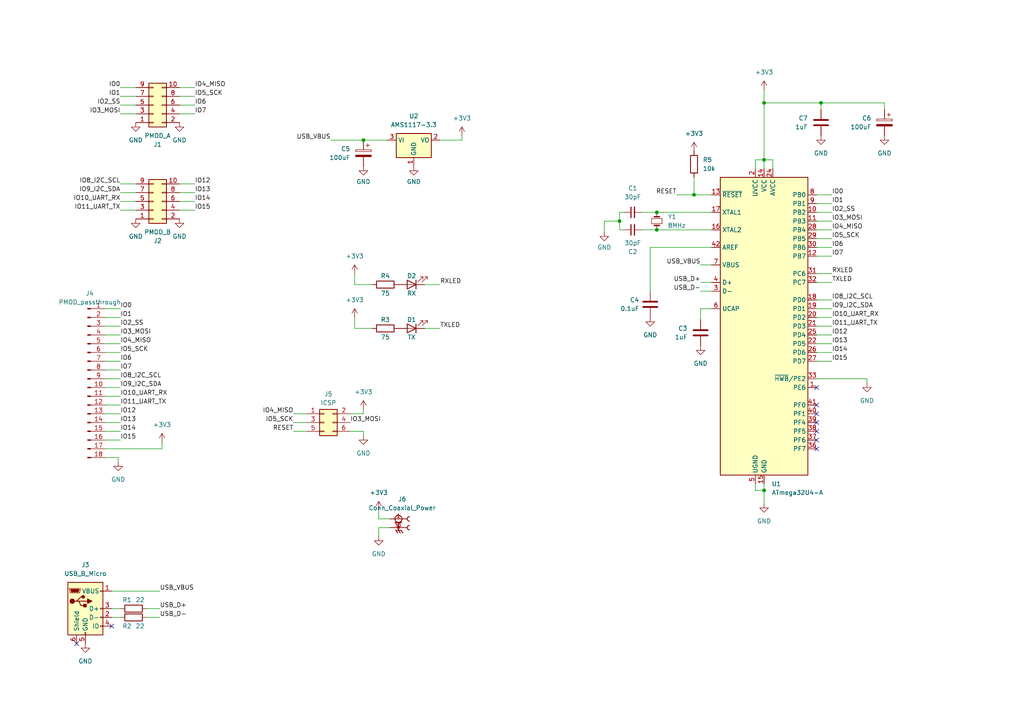
<source format=kicad_sch>
(kicad_sch (version 20230121) (generator eeschema)
  (paper "A4")
  (title_block (title "PMOD Thingy v1"))
  (lib_symbols
    (symbol "CONSMA001-C-G:CONSMA001-C-G" (pin_names (offset 1.016))
      (property "Reference" "J" (at -3.81 1.524 0))
      (property "Value" "CONSMA001-C-G" (at -4.064 -6.858 0))
      (symbol "CONSMA001-C-G_0_0"
        (arc (start -3.175 -3.175) (mid -2.5427 -2.54) (end -3.175 -1.905) (stroke (width 0.254)))
        (arc (start -3.175 -0.635) (mid -2.5427 0) (end -3.175 0.635) (stroke (width 0.254)))
        (circle (center 0 -2.54) (radius 0.254) (stroke (width 0.254)))
        (polyline (pts (xy -1.016 -1.016) (xy 0 -1.016)) (stroke (width 0.254)))
        (polyline (pts (xy -0.762 -3.302) (xy -1.27 -4.064)) (stroke (width 0.254)))
        (polyline (pts (xy 0 -3.302) (xy -0.762 -3.302)) (stroke (width 0.254)))
        (polyline (pts (xy 0 -3.302) (xy -0.508 -4.064)) (stroke (width 0.254)))
        (polyline (pts (xy 0 -3.302) (xy 0.762 -3.302)) (stroke (width 0.254)))
        (polyline (pts (xy 0 -1.016) (xy 0 -3.302)) (stroke (width 0.254)))
        (polyline (pts (xy 0 -1.016) (xy 1.016 -1.016)) (stroke (width 0.254)))
        (polyline (pts (xy 0.762 -3.302) (xy 0.254 -4.064)) (stroke (width 0.254)))
        (circle (center 0 0) (radius 1.016) (stroke (width 0.254)))
        (pin passive line (at 2.54 0 180) (length 5.08) (name "~") (number "1"))
        (pin passive line (at 2.54 -2.54 180) (length 5.08) (name "~") (number "S1"))
      )
    )
    (symbol "Connector:Conn_01x18_Pin" (pin_names (offset 1.016) hide)
      (property "Reference" "J" (at 0 22.86 0))
      (property "Value" "Conn_01x18_Pin" (at 0 -25.4 0))
      (symbol "Conn_01x18_Pin_1_1"
        (polyline (pts (xy 1.27 -22.86) (xy 0.8636 -22.86)) (stroke (width 0.1524)))
        (polyline (pts (xy 1.27 -20.32) (xy 0.8636 -20.32)) (stroke (width 0.1524)))
        (polyline (pts (xy 1.27 -17.78) (xy 0.8636 -17.78)) (stroke (width 0.1524)))
        (polyline (pts (xy 1.27 -15.24) (xy 0.8636 -15.24)) (stroke (width 0.1524)))
        (polyline (pts (xy 1.27 -12.7) (xy 0.8636 -12.7)) (stroke (width 0.1524)))
        (polyline (pts (xy 1.27 -10.16) (xy 0.8636 -10.16)) (stroke (width 0.1524)))
        (polyline (pts (xy 1.27 -7.62) (xy 0.8636 -7.62)) (stroke (width 0.1524)))
        (polyline (pts (xy 1.27 -5.08) (xy 0.8636 -5.08)) (stroke (width 0.1524)))
        (polyline (pts (xy 1.27 -2.54) (xy 0.8636 -2.54)) (stroke (width 0.1524)))
        (polyline (pts (xy 1.27 0) (xy 0.8636 0)) (stroke (width 0.1524)))
        (polyline (pts (xy 1.27 2.54) (xy 0.8636 2.54)) (stroke (width 0.1524)))
        (polyline (pts (xy 1.27 5.08) (xy 0.8636 5.08)) (stroke (width 0.1524)))
        (polyline (pts (xy 1.27 7.62) (xy 0.8636 7.62)) (stroke (width 0.1524)))
        (polyline (pts (xy 1.27 10.16) (xy 0.8636 10.16)) (stroke (width 0.1524)))
        (polyline (pts (xy 1.27 12.7) (xy 0.8636 12.7)) (stroke (width 0.1524)))
        (polyline (pts (xy 1.27 15.24) (xy 0.8636 15.24)) (stroke (width 0.1524)))
        (polyline (pts (xy 1.27 17.78) (xy 0.8636 17.78)) (stroke (width 0.1524)))
        (polyline (pts (xy 1.27 20.32) (xy 0.8636 20.32)) (stroke (width 0.1524)))
        (rectangle (start 0.8636 -22.733) (end 0 -22.987) (stroke (width 0.1524)) (fill (type outline)))
        (rectangle (start 0.8636 -20.193) (end 0 -20.447) (stroke (width 0.1524)) (fill (type outline)))
        (rectangle (start 0.8636 -17.653) (end 0 -17.907) (stroke (width 0.1524)) (fill (type outline)))
        (rectangle (start 0.8636 -15.113) (end 0 -15.367) (stroke (width 0.1524)) (fill (type outline)))
        (rectangle (start 0.8636 -12.573) (end 0 -12.827) (stroke (width 0.1524)) (fill (type outline)))
        (rectangle (start 0.8636 -10.033) (end 0 -10.287) (stroke (width 0.1524)) (fill (type outline)))
        (rectangle (start 0.8636 -7.493) (end 0 -7.747) (stroke (width 0.1524)) (fill (type outline)))
        (rectangle (start 0.8636 -4.953) (end 0 -5.207) (stroke (width 0.1524)) (fill (type outline)))
        (rectangle (start 0.8636 -2.413) (end 0 -2.667) (stroke (width 0.1524)) (fill (type outline)))
        (rectangle (start 0.8636 0.127) (end 0 -0.127) (stroke (width 0.1524)) (fill (type outline)))
        (rectangle (start 0.8636 2.667) (end 0 2.413) (stroke (width 0.1524)) (fill (type outline)))
        (rectangle (start 0.8636 5.207) (end 0 4.953) (stroke (width 0.1524)) (fill (type outline)))
        (rectangle (start 0.8636 7.747) (end 0 7.493) (stroke (width 0.1524)) (fill (type outline)))
        (rectangle (start 0.8636 10.287) (end 0 10.033) (stroke (width 0.1524)) (fill (type outline)))
        (rectangle (start 0.8636 12.827) (end 0 12.573) (stroke (width 0.1524)) (fill (type outline)))
        (rectangle (start 0.8636 15.367) (end 0 15.113) (stroke (width 0.1524)) (fill (type outline)))
        (rectangle (start 0.8636 17.907) (end 0 17.653) (stroke (width 0.1524)) (fill (type outline)))
        (rectangle (start 0.8636 20.447) (end 0 20.193) (stroke (width 0.1524)) (fill (type outline)))
        (pin passive line (at 5.08 20.32 180) (length 3.81) (name "Pin_1") (number "1"))
        (pin passive line (at 5.08 -2.54 180) (length 3.81) (name "Pin_10") (number "10"))
        (pin passive line (at 5.08 -5.08 180) (length 3.81) (name "Pin_11") (number "11"))
        (pin passive line (at 5.08 -7.62 180) (length 3.81) (name "Pin_12") (number "12"))
        (pin passive line (at 5.08 -10.16 180) (length 3.81) (name "Pin_13") (number "13"))
        (pin passive line (at 5.08 -12.7 180) (length 3.81) (name "Pin_14") (number "14"))
        (pin passive line (at 5.08 -15.24 180) (length 3.81) (name "Pin_15") (number "15"))
        (pin passive line (at 5.08 -17.78 180) (length 3.81) (name "Pin_16") (number "16"))
        (pin passive line (at 5.08 -20.32 180) (length 3.81) (name "Pin_17") (number "17"))
        (pin passive line (at 5.08 -22.86 180) (length 3.81) (name "Pin_18") (number "18"))
        (pin passive line (at 5.08 17.78 180) (length 3.81) (name "Pin_2") (number "2"))
        (pin passive line (at 5.08 15.24 180) (length 3.81) (name "Pin_3") (number "3"))
        (pin passive line (at 5.08 12.7 180) (length 3.81) (name "Pin_4") (number "4"))
        (pin passive line (at 5.08 10.16 180) (length 3.81) (name "Pin_5") (number "5"))
        (pin passive line (at 5.08 7.62 180) (length 3.81) (name "Pin_6") (number "6"))
        (pin passive line (at 5.08 5.08 180) (length 3.81) (name "Pin_7") (number "7"))
        (pin passive line (at 5.08 2.54 180) (length 3.81) (name "Pin_8") (number "8"))
        (pin passive line (at 5.08 0 180) (length 3.81) (name "Pin_9") (number "9"))
      )
    )
    (symbol "Connector:USB_B_Micro" (pin_names (offset 1.016))
      (property "Reference" "J" (at -5.08 11.43 0))
      (property "Value" "USB_B_Micro" (at -5.08 8.89 0))
      (symbol "USB_B_Micro_0_1"
        (rectangle (start -5.08 -7.62) (end 5.08 7.62) (stroke (width 0.254)) (fill (type background)))
        (circle (center -3.81 2.159) (radius 0.635) (stroke (width 0.254)) (fill (type outline)))
        (circle (center -0.635 3.429) (radius 0.381) (stroke (width 0.254)) (fill (type outline)))
        (rectangle (start -0.127 -7.62) (end 0.127 -6.858))
        (polyline (pts (xy -1.905 2.159) (xy 0.635 2.159)) (stroke (width 0.254)))
        (polyline (pts (xy -3.175 2.159) (xy -2.54 2.159) (xy -1.27 3.429) (xy -0.635 3.429)) (stroke (width 0.254)))
        (polyline (pts (xy -2.54 2.159) (xy -1.905 2.159) (xy -1.27 0.889) (xy 0 0.889)) (stroke (width 0.254)))
        (polyline (pts (xy 0.635 2.794) (xy 0.635 1.524) (xy 1.905 2.159) (xy 0.635 2.794)) (stroke (width 0.254)) (fill (type outline)))
        (polyline (pts (xy -4.318 5.588) (xy -1.778 5.588) (xy -2.032 4.826) (xy -4.064 4.826) (xy -4.318 5.588)) (fill (type outline)))
        (polyline (pts (xy -4.699 5.842) (xy -4.699 5.588) (xy -4.445 4.826) (xy -4.445 4.572) (xy -1.651 4.572) (xy -1.651 4.826) (xy -1.397 5.588) (xy -1.397 5.842) (xy -4.699 5.842)))
        (rectangle (start 0.254 1.27) (end -0.508 0.508) (stroke (width 0.254)) (fill (type outline)))
        (rectangle (start 5.08 -5.207) (end 4.318 -4.953))
        (rectangle (start 5.08 -2.667) (end 4.318 -2.413))
        (rectangle (start 5.08 -0.127) (end 4.318 0.127))
        (rectangle (start 5.08 4.953) (end 4.318 5.207))
      )
      (symbol "USB_B_Micro_1_1"
        (pin power_out line (at 7.62 5.08 180) (length 2.54) (name "VBUS") (number "1"))
        (pin bidirectional line (at 7.62 -2.54 180) (length 2.54) (name "D-") (number "2"))
        (pin bidirectional line (at 7.62 0 180) (length 2.54) (name "D+") (number "3"))
        (pin passive line (at 7.62 -5.08 180) (length 2.54) (name "ID") (number "4"))
        (pin power_out line (at 0 -10.16 90) (length 2.54) (name "GND") (number "5"))
        (pin passive line (at -2.54 -10.16 90) (length 2.54) (name "Shield") (number "6"))
      )
    )
    (symbol "Connector_Generic:Conn_02x03_Odd_Even" (pin_names (offset 1.016) hide)
      (property "Reference" "J" (at 1.27 5.08 0))
      (property "Value" "Conn_02x03_Odd_Even" (at 1.27 -5.08 0))
      (symbol "Conn_02x03_Odd_Even_1_1"
        (rectangle (start -1.27 -2.413) (end 0 -2.667) (stroke (width 0.1524)))
        (rectangle (start -1.27 0.127) (end 0 -0.127) (stroke (width 0.1524)))
        (rectangle (start -1.27 2.667) (end 0 2.413) (stroke (width 0.1524)))
        (rectangle (start -1.27 3.81) (end 3.81 -3.81) (stroke (width 0.254)) (fill (type background)))
        (rectangle (start 3.81 -2.413) (end 2.54 -2.667) (stroke (width 0.1524)))
        (rectangle (start 3.81 0.127) (end 2.54 -0.127) (stroke (width 0.1524)))
        (rectangle (start 3.81 2.667) (end 2.54 2.413) (stroke (width 0.1524)))
        (pin passive line (at -5.08 2.54 0) (length 3.81) (name "Pin_1") (number "1"))
        (pin passive line (at 7.62 2.54 180) (length 3.81) (name "Pin_2") (number "2"))
        (pin passive line (at -5.08 0 0) (length 3.81) (name "Pin_3") (number "3"))
        (pin passive line (at 7.62 0 180) (length 3.81) (name "Pin_4") (number "4"))
        (pin passive line (at -5.08 -2.54 0) (length 3.81) (name "Pin_5") (number "5"))
        (pin passive line (at 7.62 -2.54 180) (length 3.81) (name "Pin_6") (number "6"))
      )
    )
    (symbol "Connector_Generic:Conn_02x05_Odd_Even" (pin_names (offset 1.016) hide)
      (property "Reference" "J" (at 1.27 7.62 0))
      (property "Value" "Conn_02x05_Odd_Even" (at 1.27 -7.62 0))
      (symbol "Conn_02x05_Odd_Even_1_1"
        (rectangle (start -1.27 -4.953) (end 0 -5.207) (stroke (width 0.1524)))
        (rectangle (start -1.27 -2.413) (end 0 -2.667) (stroke (width 0.1524)))
        (rectangle (start -1.27 0.127) (end 0 -0.127) (stroke (width 0.1524)))
        (rectangle (start -1.27 2.667) (end 0 2.413) (stroke (width 0.1524)))
        (rectangle (start -1.27 5.207) (end 0 4.953) (stroke (width 0.1524)))
        (rectangle (start -1.27 6.35) (end 3.81 -6.35) (stroke (width 0.254)) (fill (type background)))
        (rectangle (start 3.81 -4.953) (end 2.54 -5.207) (stroke (width 0.1524)))
        (rectangle (start 3.81 -2.413) (end 2.54 -2.667) (stroke (width 0.1524)))
        (rectangle (start 3.81 0.127) (end 2.54 -0.127) (stroke (width 0.1524)))
        (rectangle (start 3.81 2.667) (end 2.54 2.413) (stroke (width 0.1524)))
        (rectangle (start 3.81 5.207) (end 2.54 4.953) (stroke (width 0.1524)))
        (pin passive line (at -5.08 5.08 0) (length 3.81) (name "Pin_1") (number "1"))
        (pin passive line (at 7.62 -5.08 180) (length 3.81) (name "Pin_10") (number "10"))
        (pin passive line (at 7.62 5.08 180) (length 3.81) (name "Pin_2") (number "2"))
        (pin passive line (at -5.08 2.54 0) (length 3.81) (name "Pin_3") (number "3"))
        (pin passive line (at 7.62 2.54 180) (length 3.81) (name "Pin_4") (number "4"))
        (pin passive line (at -5.08 0 0) (length 3.81) (name "Pin_5") (number "5"))
        (pin passive line (at 7.62 0 180) (length 3.81) (name "Pin_6") (number "6"))
        (pin passive line (at -5.08 -2.54 0) (length 3.81) (name "Pin_7") (number "7"))
        (pin passive line (at 7.62 -2.54 180) (length 3.81) (name "Pin_8") (number "8"))
        (pin passive line (at -5.08 -5.08 0) (length 3.81) (name "Pin_9") (number "9"))
      )
    )
    (symbol "Device:C" (pin_numbers hide) (pin_names (offset 0.254))
      (property "Reference" "C" (at 0.635 2.54 0))
      (property "Value" "C" (at 0.635 -2.54 0))
      (symbol "C_0_1"
        (polyline (pts (xy -2.032 -0.762) (xy 2.032 -0.762)) (stroke (width 0.508)))
        (polyline (pts (xy -2.032 0.762) (xy 2.032 0.762)) (stroke (width 0.508)))
      )
      (symbol "C_1_1"
        (pin passive line (at 0 3.81 270) (length 2.794) (name "~") (number "1"))
        (pin passive line (at 0 -3.81 90) (length 2.794) (name "~") (number "2"))
      )
    )
    (symbol "Device:C_Polarized" (pin_numbers hide) (pin_names (offset 0.254))
      (property "Reference" "C" (at 0.635 2.54 0))
      (property "Value" "C_Polarized" (at 0.635 -2.54 0))
      (symbol "C_Polarized_0_1"
        (rectangle (start -2.286 0.508) (end 2.286 1.016))
        (polyline (pts (xy -1.778 2.286) (xy -0.762 2.286)))
        (polyline (pts (xy -1.27 2.794) (xy -1.27 1.778)))
        (rectangle (start 2.286 -0.508) (end -2.286 -1.016) (fill (type outline)))
      )
      (symbol "C_Polarized_1_1"
        (pin passive line (at 0 3.81 270) (length 2.794) (name "~") (number "1"))
        (pin passive line (at 0 -3.81 90) (length 2.794) (name "~") (number "2"))
      )
    )
    (symbol "Device:C_Small" (pin_numbers hide) (pin_names (offset 0.254) hide)
      (property "Reference" "C" (at 0.254 1.778 0))
      (property "Value" "C_Small" (at 0.254 -2.032 0))
      (symbol "C_Small_0_1"
        (polyline (pts (xy -1.524 -0.508) (xy 1.524 -0.508)) (stroke (width 0.3302)))
        (polyline (pts (xy -1.524 0.508) (xy 1.524 0.508)) (stroke (width 0.3048)))
      )
      (symbol "C_Small_1_1"
        (pin passive line (at 0 2.54 270) (length 2.032) (name "~") (number "1"))
        (pin passive line (at 0 -2.54 90) (length 2.032) (name "~") (number "2"))
      )
    )
    (symbol "Device:Crystal_Small" (pin_numbers hide) (pin_names (offset 1.016) hide)
      (property "Reference" "Y" (at 0 2.54 0))
      (property "Value" "Crystal_Small" (at 0 -2.54 0))
      (symbol "Crystal_Small_0_1"
        (rectangle (start -0.762 -1.524) (end 0.762 1.524))
        (polyline (pts (xy -1.27 -0.762) (xy -1.27 0.762)) (stroke (width 0.381)))
        (polyline (pts (xy 1.27 -0.762) (xy 1.27 0.762)) (stroke (width 0.381)))
      )
      (symbol "Crystal_Small_1_1"
        (pin passive line (at -2.54 0 0) (length 1.27) (name "1") (number "1"))
        (pin passive line (at 2.54 0 180) (length 1.27) (name "2") (number "2"))
      )
    )
    (symbol "Device:LED" (pin_numbers hide) (pin_names (offset 1.016) hide)
      (property "Reference" "D" (at 0 2.54 0))
      (property "Value" "LED" (at 0 -2.54 0))
      (symbol "LED_0_1"
        (polyline (pts (xy -1.27 -1.27) (xy -1.27 1.27)) (stroke (width 0.254)))
        (polyline (pts (xy -1.27 0) (xy 1.27 0)))
        (polyline (pts (xy 1.27 -1.27) (xy 1.27 1.27) (xy -1.27 0) (xy 1.27 -1.27)) (stroke (width 0.254)))
        (polyline (pts (xy -3.048 -0.762) (xy -4.572 -2.286) (xy -3.81 -2.286) (xy -4.572 -2.286) (xy -4.572 -1.524)))
        (polyline (pts (xy -1.778 -0.762) (xy -3.302 -2.286) (xy -2.54 -2.286) (xy -3.302 -2.286) (xy -3.302 -1.524)))
      )
      (symbol "LED_1_1"
        (pin passive line (at -3.81 0 0) (length 2.54) (name "K") (number "1"))
        (pin passive line (at 3.81 0 180) (length 2.54) (name "A") (number "2"))
      )
    )
    (symbol "Device:R" (pin_numbers hide) (pin_names (offset 0))
      (property "Reference" "R" (at 2.032 0 90))
      (property "Value" "R" (at 0 0 90))
      (symbol "R_0_1"
        (rectangle (start -1.016 -2.54) (end 1.016 2.54) (stroke (width 0.254)))
      )
      (symbol "R_1_1"
        (pin passive line (at 0 3.81 270) (length 1.27) (name "~") (number "1"))
        (pin passive line (at 0 -3.81 90) (length 1.27) (name "~") (number "2"))
      )
    )
    (symbol "MCU_Microchip_ATmega:ATmega32U4-A"
      (property "Reference" "U" (at -12.7 44.45 0))
      (property "Value" "ATmega32U4-A" (at 2.54 -44.45 0))
      (symbol "ATmega32U4-A_0_1"
        (rectangle (start -12.7 -43.18) (end 12.7 43.18) (stroke (width 0.254)) (fill (type background)))
      )
      (symbol "ATmega32U4-A_1_1"
        (pin bidirectional line (at 15.24 -17.78 180) (length 2.54) (name "PE6") (number "1"))
        (pin bidirectional line (at 15.24 33.02 180) (length 2.54) (name "PB2") (number "10"))
        (pin bidirectional line (at 15.24 30.48 180) (length 2.54) (name "PB3") (number "11"))
        (pin bidirectional line (at 15.24 20.32 180) (length 2.54) (name "PB7") (number "12"))
        (pin input line (at -15.24 38.1 0) (length 2.54) (name "~{RESET}") (number "13"))
        (pin power_in line (at 0 45.72 270) (length 2.54) (name "VCC") (number "14"))
        (pin power_in line (at 0 -45.72 90) (length 2.54) (name "GND") (number "15"))
        (pin output line (at -15.24 27.94 0) (length 2.54) (name "XTAL2") (number "16"))
        (pin input line (at -15.24 33.02 0) (length 2.54) (name "XTAL1") (number "17"))
        (pin bidirectional line (at 15.24 7.62 180) (length 2.54) (name "PD0") (number "18"))
        (pin bidirectional line (at 15.24 5.08 180) (length 2.54) (name "PD1") (number "19"))
        (pin power_in line (at -2.54 45.72 270) (length 2.54) (name "UVCC") (number "2"))
        (pin bidirectional line (at 15.24 2.54 180) (length 2.54) (name "PD2") (number "20"))
        (pin bidirectional line (at 15.24 0 180) (length 2.54) (name "PD3") (number "21"))
        (pin bidirectional line (at 15.24 -5.08 180) (length 2.54) (name "PD5") (number "22"))
        (pin passive line (at 0 -45.72 90) (length 2.54) hide (name "GND") (number "23"))
        (pin power_in line (at 2.54 45.72 270) (length 2.54) (name "AVCC") (number "24"))
        (pin bidirectional line (at 15.24 -2.54 180) (length 2.54) (name "PD4") (number "25"))
        (pin bidirectional line (at 15.24 -7.62 180) (length 2.54) (name "PD6") (number "26"))
        (pin bidirectional line (at 15.24 -10.16 180) (length 2.54) (name "PD7") (number "27"))
        (pin bidirectional line (at 15.24 27.94 180) (length 2.54) (name "PB4") (number "28"))
        (pin bidirectional line (at 15.24 25.4 180) (length 2.54) (name "PB5") (number "29"))
        (pin bidirectional line (at -15.24 10.16 0) (length 2.54) (name "D-") (number "3"))
        (pin bidirectional line (at 15.24 22.86 180) (length 2.54) (name "PB6") (number "30"))
        (pin bidirectional line (at 15.24 15.24 180) (length 2.54) (name "PC6") (number "31"))
        (pin bidirectional line (at 15.24 12.7 180) (length 2.54) (name "PC7") (number "32"))
        (pin bidirectional line (at 15.24 -15.24 180) (length 2.54) (name "~{HWB}/PE2") (number "33"))
        (pin passive line (at 0 45.72 270) (length 2.54) hide (name "VCC") (number "34"))
        (pin passive line (at 0 -45.72 90) (length 2.54) hide (name "GND") (number "35"))
        (pin bidirectional line (at 15.24 -35.56 180) (length 2.54) (name "PF7") (number "36"))
        (pin bidirectional line (at 15.24 -33.02 180) (length 2.54) (name "PF6") (number "37"))
        (pin bidirectional line (at 15.24 -30.48 180) (length 2.54) (name "PF5") (number "38"))
        (pin bidirectional line (at 15.24 -27.94 180) (length 2.54) (name "PF4") (number "39"))
        (pin bidirectional line (at -15.24 12.7 0) (length 2.54) (name "D+") (number "4"))
        (pin bidirectional line (at 15.24 -25.4 180) (length 2.54) (name "PF1") (number "40"))
        (pin bidirectional line (at 15.24 -22.86 180) (length 2.54) (name "PF0") (number "41"))
        (pin passive line (at -15.24 22.86 0) (length 2.54) (name "AREF") (number "42"))
        (pin passive line (at 0 -45.72 90) (length 2.54) hide (name "GND") (number "43"))
        (pin passive line (at 2.54 45.72 270) (length 2.54) hide (name "AVCC") (number "44"))
        (pin passive line (at -2.54 -45.72 90) (length 2.54) (name "UGND") (number "5"))
        (pin passive line (at -15.24 5.08 0) (length 2.54) (name "UCAP") (number "6"))
        (pin input line (at -15.24 17.78 0) (length 2.54) (name "VBUS") (number "7"))
        (pin bidirectional line (at 15.24 38.1 180) (length 2.54) (name "PB0") (number "8"))
        (pin bidirectional line (at 15.24 35.56 180) (length 2.54) (name "PB1") (number "9"))
      )
    )
    (symbol "Regulator_Linear:AMS1117-3.3"
      (property "Reference" "U" (at -3.81 3.175 0))
      (property "Value" "AMS1117-3.3" (at 0 3.175 0))
      (symbol "AMS1117-3.3_0_1"
        (rectangle (start -5.08 -5.08) (end 5.08 1.905) (stroke (width 0.254)) (fill (type background)))
      )
      (symbol "AMS1117-3.3_1_1"
        (pin power_in line (at 0 -7.62 90) (length 2.54) (name "GND") (number "1"))
        (pin power_out line (at 7.62 0 180) (length 2.54) (name "VO") (number "2"))
        (pin power_in line (at -7.62 0 0) (length 2.54) (name "VI") (number "3"))
      )
    )
    (symbol "power:+3V3" (power) (pin_names (offset 0))
      (property "Value" "+3V3" (at 0 3.556 0))
      (symbol "+3V3_0_1"
        (polyline (pts (xy -0.762 1.27) (xy 0 2.54)))
        (polyline (pts (xy 0 0) (xy 0 2.54)))
        (polyline (pts (xy 0 2.54) (xy 0.762 1.27)))
      )
      (symbol "+3V3_1_1"
        (pin power_in line (at 0 0 90) (length 0) hide (name "+3V3") (number "1"))
      )
    )
    (symbol "power:GND" (power) (pin_names (offset 0))
      (property "Value" "GND" (at 0 -3.81 0))
      (symbol "GND_0_1"
        (polyline (pts (xy 0 0) (xy 0 -1.27) (xy 1.27 -1.27) (xy 0 -2.54) (xy -1.27 -1.27) (xy 0 -1.27)))
      )
      (symbol "GND_1_1"
        (pin power_in line (at 0 0 270) (length 0) hide (name "GND") (number "1"))
      )
    )
  )
  (junction (at 190.5 61.595))
  (junction (at 179.705 64.135))
  (junction (at 238.125 29.845))
  (junction (at 221.615 46.355))
  (junction (at 221.615 142.24))
  (junction (at 190.5 66.675))
  (junction (at 221.615 29.845))
  (junction (at 201.295 56.515))
  (junction (at 105.41 40.64))
  (no_connect (at 236.855 130.175))
  (no_connect (at 236.855 125.095))
  (no_connect (at 236.855 120.015))
  (no_connect (at 236.855 112.395))
  (no_connect (at 236.855 127.635))
  (no_connect (at 236.855 117.475))
  (no_connect (at 22.225 186.69))
  (no_connect (at 32.385 181.61))
  (no_connect (at 236.855 122.555))
  (wire (pts (xy 34.925 60.96) (xy 39.37 60.96)))
  (wire (pts (xy 34.925 92.075) (xy 30.48 92.075)))
  (wire (pts (xy 105.41 118.745) (xy 105.41 120.015)))
  (wire (pts (xy 102.87 95.25) (xy 107.95 95.25)))
  (wire (pts (xy 241.3 59.055) (xy 236.855 59.055)))
  (wire (pts (xy 241.3 94.615) (xy 236.855 94.615)))
  (wire (pts (xy 188.595 71.755) (xy 206.375 71.755)))
  (wire (pts (xy 30.48 132.715) (xy 34.29 132.715)))
  (wire (pts (xy 203.2 84.455) (xy 206.375 84.455)))
  (wire (pts (xy 236.855 81.915) (xy 241.3 81.915)))
  (wire (pts (xy 105.41 120.015) (xy 101.6 120.015)))
  (wire (pts (xy 221.615 26.035) (xy 221.615 29.845)))
  (wire (pts (xy 85.09 125.095) (xy 88.9 125.095)))
  (wire (pts (xy 52.07 33.02) (xy 56.515 33.02)))
  (wire (pts (xy 203.2 92.71) (xy 203.2 89.535)))
  (wire (pts (xy 30.48 127.635) (xy 34.925 127.635)))
  (wire (pts (xy 34.925 33.02) (xy 39.37 33.02)))
  (wire (pts (xy 236.855 79.375) (xy 241.3 79.375)))
  (wire (pts (xy 186.055 66.675) (xy 190.5 66.675)))
  (wire (pts (xy 34.925 112.395) (xy 30.48 112.395)))
  (wire (pts (xy 256.54 29.845) (xy 256.54 31.75)))
  (wire (pts (xy 179.705 64.135) (xy 179.705 66.675)))
  (wire (pts (xy 30.48 125.095) (xy 34.925 125.095)))
  (wire (pts (xy 30.48 102.235) (xy 34.925 102.235)))
  (wire (pts (xy 219.075 48.895) (xy 219.075 46.355)))
  (wire (pts (xy 34.925 58.42) (xy 39.37 58.42)))
  (wire (pts (xy 206.375 56.515) (xy 201.295 56.515)))
  (wire (pts (xy 102.87 92.075) (xy 102.87 95.25)))
  (wire (pts (xy 241.3 64.135) (xy 236.855 64.135)))
  (wire (pts (xy 85.09 122.555) (xy 88.9 122.555)))
  (wire (pts (xy 224.155 46.355) (xy 224.155 48.895)))
  (wire (pts (xy 109.855 153.035) (xy 109.855 155.575)))
  (wire (pts (xy 238.125 29.845) (xy 238.125 31.75)))
  (wire (pts (xy 221.615 46.355) (xy 221.615 48.895)))
  (wire (pts (xy 42.545 179.07) (xy 46.355 179.07)))
  (wire (pts (xy 34.925 27.94) (xy 39.37 27.94)))
  (wire (pts (xy 101.6 125.095) (xy 105.41 125.095)))
  (wire (pts (xy 123.19 95.25) (xy 127.635 95.25)))
  (wire (pts (xy 133.985 39.37) (xy 133.985 40.64)))
  (wire (pts (xy 221.615 140.335) (xy 221.615 142.24)))
  (wire (pts (xy 105.41 125.095) (xy 105.41 126.365)))
  (wire (pts (xy 179.705 61.595) (xy 180.975 61.595)))
  (wire (pts (xy 236.855 71.755) (xy 241.3 71.755)))
  (wire (pts (xy 34.925 30.48) (xy 39.37 30.48)))
  (wire (pts (xy 34.925 94.615) (xy 30.48 94.615)))
  (wire (pts (xy 85.09 120.015) (xy 88.9 120.015)))
  (wire (pts (xy 102.87 79.375) (xy 102.87 82.55)))
  (wire (pts (xy 105.41 40.64) (xy 95.885 40.64)))
  (wire (pts (xy 219.075 46.355) (xy 221.615 46.355)))
  (wire (pts (xy 175.26 64.135) (xy 179.705 64.135)))
  (wire (pts (xy 32.385 176.53) (xy 34.925 176.53)))
  (wire (pts (xy 52.07 25.4) (xy 56.515 25.4)))
  (wire (pts (xy 238.125 29.845) (xy 256.54 29.845)))
  (wire (pts (xy 34.925 55.88) (xy 39.37 55.88)))
  (wire (pts (xy 241.3 89.535) (xy 236.855 89.535)))
  (wire (pts (xy 113.03 150.495) (xy 109.855 150.495)))
  (wire (pts (xy 219.075 142.24) (xy 221.615 142.24)))
  (wire (pts (xy 34.925 117.475) (xy 30.48 117.475)))
  (wire (pts (xy 221.615 46.355) (xy 224.155 46.355)))
  (wire (pts (xy 236.855 104.775) (xy 241.3 104.775)))
  (wire (pts (xy 236.855 69.215) (xy 241.3 69.215)))
  (wire (pts (xy 203.2 81.915) (xy 206.375 81.915)))
  (wire (pts (xy 221.615 142.24) (xy 221.615 146.05)))
  (wire (pts (xy 34.925 89.535) (xy 30.48 89.535)))
  (wire (pts (xy 133.985 40.64) (xy 127.635 40.64)))
  (wire (pts (xy 241.3 61.595) (xy 236.855 61.595)))
  (wire (pts (xy 113.03 153.035) (xy 109.855 153.035)))
  (wire (pts (xy 123.19 82.55) (xy 127.635 82.55)))
  (wire (pts (xy 34.925 25.4) (xy 39.37 25.4)))
  (wire (pts (xy 30.48 130.175) (xy 46.99 130.175)))
  (wire (pts (xy 241.3 86.995) (xy 236.855 86.995)))
  (wire (pts (xy 52.07 27.94) (xy 56.515 27.94)))
  (wire (pts (xy 52.07 53.34) (xy 56.515 53.34)))
  (wire (pts (xy 30.48 99.695) (xy 34.925 99.695)))
  (wire (pts (xy 241.3 92.075) (xy 236.855 92.075)))
  (wire (pts (xy 190.5 61.595) (xy 206.375 61.595)))
  (wire (pts (xy 46.99 128.27) (xy 46.99 130.175)))
  (wire (pts (xy 190.5 66.675) (xy 206.375 66.675)))
  (wire (pts (xy 109.855 150.495) (xy 109.855 147.955)))
  (wire (pts (xy 34.925 109.855) (xy 30.48 109.855)))
  (wire (pts (xy 179.705 61.595) (xy 179.705 64.135)))
  (wire (pts (xy 241.3 56.515) (xy 236.855 56.515)))
  (wire (pts (xy 251.46 109.855) (xy 251.46 111.125)))
  (wire (pts (xy 34.925 97.155) (xy 30.48 97.155)))
  (wire (pts (xy 102.87 82.55) (xy 107.95 82.55)))
  (wire (pts (xy 32.385 179.07) (xy 34.925 179.07)))
  (wire (pts (xy 186.055 61.595) (xy 190.5 61.595)))
  (wire (pts (xy 201.295 51.435) (xy 201.295 56.515)))
  (wire (pts (xy 203.2 89.535) (xy 206.375 89.535)))
  (wire (pts (xy 236.855 74.295) (xy 241.3 74.295)))
  (wire (pts (xy 52.07 30.48) (xy 56.515 30.48)))
  (wire (pts (xy 52.07 55.88) (xy 56.515 55.88)))
  (wire (pts (xy 30.48 122.555) (xy 34.925 122.555)))
  (wire (pts (xy 236.855 97.155) (xy 241.3 97.155)))
  (wire (pts (xy 30.48 120.015) (xy 34.925 120.015)))
  (wire (pts (xy 34.925 114.935) (xy 30.48 114.935)))
  (wire (pts (xy 105.41 40.64) (xy 112.395 40.64)))
  (wire (pts (xy 34.925 53.34) (xy 39.37 53.34)))
  (wire (pts (xy 32.385 171.45) (xy 46.355 171.45)))
  (wire (pts (xy 30.48 107.315) (xy 34.925 107.315)))
  (wire (pts (xy 34.29 132.715) (xy 34.29 133.985)))
  (wire (pts (xy 236.855 66.675) (xy 241.3 66.675)))
  (wire (pts (xy 221.615 29.845) (xy 238.125 29.845)))
  (wire (pts (xy 188.595 84.455) (xy 188.595 71.755)))
  (wire (pts (xy 236.855 102.235) (xy 241.3 102.235)))
  (wire (pts (xy 42.545 176.53) (xy 46.355 176.53)))
  (wire (pts (xy 221.615 29.845) (xy 221.615 46.355)))
  (wire (pts (xy 203.2 76.835) (xy 206.375 76.835)))
  (wire (pts (xy 219.075 140.335) (xy 219.075 142.24)))
  (wire (pts (xy 30.48 104.775) (xy 34.925 104.775)))
  (wire (pts (xy 52.07 60.96) (xy 56.515 60.96)))
  (wire (pts (xy 179.705 66.675) (xy 180.975 66.675)))
  (wire (pts (xy 196.215 56.515) (xy 201.295 56.515)))
  (wire (pts (xy 236.855 99.695) (xy 241.3 99.695)))
  (wire (pts (xy 52.07 58.42) (xy 56.515 58.42)))
  (wire (pts (xy 236.855 109.855) (xy 251.46 109.855)))
  (wire (pts (xy 175.26 67.31) (xy 175.26 64.135)))
  (label "IO15" (at 56.515 60.96 0))
  (label "IO7" (at 241.3 74.295 0))
  (label "TXLED" (at 127.635 95.25 0))
  (label "RESET" (at 85.09 125.095 180))
  (label "IO14" (at 241.3 102.235 0))
  (label "IO1" (at 241.3 59.055 0))
  (label "IO1" (at 34.925 92.075 0))
  (label "USB_VBUS" (at 46.355 171.45 0))
  (label "IO12" (at 34.925 120.015 0))
  (label "IO3_MOSI" (at 241.3 64.135 0))
  (label "IO14" (at 56.515 58.42 0))
  (label "IO15" (at 241.3 104.775 0))
  (label "IO4_MISO" (at 34.925 99.695 0))
  (label "RXLED" (at 127.635 82.55 0))
  (label "RXLED" (at 241.3 79.375 0))
  (label "IO13" (at 56.515 55.88 0))
  (label "IO0" (at 34.925 89.535 0))
  (label "IO10_UART_RX" (at 34.925 58.42 180))
  (label "USB_VBUS" (at 203.2 76.835 180))
  (label "USB_D-" (at 46.355 179.07 0))
  (label "IO3_MOSI" (at 34.925 97.155 0))
  (label "IO2_SS" (at 241.3 61.595 0))
  (label "IO5_SCK" (at 56.515 27.94 0))
  (label "IO13" (at 241.3 99.695 0))
  (label "IO5_SCK" (at 241.3 69.215 0))
  (label "IO6" (at 34.925 104.775 0))
  (label "IO4_MISO" (at 85.09 120.015 180))
  (label "IO6" (at 56.515 30.48 0))
  (label "IO8_I2C_SCL" (at 34.925 53.34 180))
  (label "IO0" (at 34.925 25.4 180))
  (label "USB_D+" (at 203.2 81.915 180))
  (label "USB_D-" (at 203.2 84.455 180))
  (label "IO6" (at 241.3 71.755 0))
  (label "IO8_I2C_SCL" (at 241.3 86.995 0))
  (label "IO2_SS" (at 34.925 94.615 0))
  (label "IO5_SCK" (at 85.09 122.555 180))
  (label "IO7" (at 56.515 33.02 0))
  (label "IO14" (at 34.925 125.095 0))
  (label "IO11_UART_TX" (at 34.925 117.475 0))
  (label "IO10_UART_RX" (at 241.3 92.075 0))
  (label "IO12" (at 56.515 53.34 0))
  (label "IO11_UART_TX" (at 241.3 94.615 0))
  (label "IO4_MISO" (at 241.3 66.675 0))
  (label "IO9_I2C_SDA" (at 34.925 112.395 0))
  (label "IO5_SCK" (at 34.925 102.235 0))
  (label "IO10_UART_RX" (at 34.925 114.935 0))
  (label "IO9_I2C_SDA" (at 34.925 55.88 180))
  (label "IO15" (at 34.925 127.635 0))
  (label "IO8_I2C_SCL" (at 34.925 109.855 0))
  (label "IO13" (at 34.925 122.555 0))
  (label "IO9_I2C_SDA" (at 241.3 89.535 0))
  (label "IO7" (at 34.925 107.315 0))
  (label "IO4_MISO" (at 56.515 25.4 0))
  (label "IO3_MOSI" (at 34.925 33.02 180))
  (label "IO1" (at 34.925 27.94 180))
  (label "TXLED" (at 241.3 81.915 0))
  (label "IO2_SS" (at 34.925 30.48 180))
  (label "RESET" (at 196.215 56.515 180))
  (label "IO11_UART_TX" (at 34.925 60.96 180))
  (label "IO0" (at 241.3 56.515 0))
  (label "USB_D+" (at 46.355 176.53 0))
  (label "USB_VBUS" (at 95.885 40.64 180))
  (label "IO3_MOSI" (at 101.6 122.555 0))
  (label "IO12" (at 241.3 97.155 0))
  (symbol (lib_id "Device:R") (at 111.76 95.25 90) (unit 1)
    (property "Reference" "R3" (at 111.76 92.71 90))
    (property "Value" "75" (at 111.76 97.79 90))
    (property "Footprint" "Resistor_SMD:R_0805_2012Metric_Pad1.20x1.40mm_HandSolder" (effects hide))
  )
  (symbol (lib_id "Device:R") (at 111.76 82.55 90) (unit 1)
    (property "Reference" "R4" (at 111.76 80.01 90))
    (property "Value" "75" (at 111.76 85.09 90))
    (property "Footprint" "Resistor_SMD:R_0805_2012Metric_Pad1.20x1.40mm_HandSolder" (effects hide))
  )
  (symbol (lib_id "power:GND") (at 238.125 39.37 0) (unit 1)
    (property "Reference" "#PWR018" (effects hide))
    (property "Value" "GND" (at 238.125 44.45 0))
  )
  (symbol (lib_id "Device:C_Small") (at 183.515 61.595 90) (unit 1)
    (property "Reference" "C1" (at 183.5213 54.61 90))
    (property "Value" "30pF" (at 183.5213 57.15 90))
    (property "Footprint" "Capacitor_SMD:C_0805_2012Metric_Pad1.18x1.45mm_HandSolder" (effects hide))
  )
  (symbol (lib_id "power:GND") (at 109.855 155.575 0) (unit 1)
    (property "Reference" "#PWR014" (effects hide))
    (property "Value" "GND" (at 109.855 160.655 0))
  )
  (symbol (lib_id "power:+3V3") (at 46.99 128.27 0) (unit 1)
    (property "Reference" "#PWR011" (effects hide))
    (property "Value" "+3V3" (at 46.99 123.19 0))
  )
  (symbol (lib_id "power:GND") (at 175.26 67.31 0) (unit 1)
    (property "Reference" "#PWR07" (effects hide))
    (property "Value" "GND" (at 175.26 71.755 0))
  )
  (symbol (lib_id "power:GND") (at 39.37 35.56 0) (unit 1)
    (property "Reference" "#PWR01" (effects hide))
    (property "Value" "GND" (at 39.37 40.64 0))
  )
  (symbol (lib_id "Device:Crystal_Small") (at 190.5 64.135 270) (mirror x) (unit 1)
    (property "Reference" "Y1" (at 193.675 62.865 90) (effects (justify left)))
    (property "Value" "8MHz" (at 193.675 65.405 90) (effects (justify left)))
    (property "Footprint" "Crystal:Crystal_SMD_HC49-SD_HandSoldering" (effects hide))
  )
  (symbol (lib_id "Device:C_Polarized") (at 105.41 44.45 0) (mirror y) (unit 1)
    (property "Reference" "C5" (at 101.6 43.18 0) (effects (justify left)))
    (property "Value" "100uF" (at 101.6 45.72 0) (effects (justify left)))
    (property "Footprint" "Capacitor_SMD:CP_Elec_5x5.3" (effects hide))
  )
  (symbol (lib_id "power:+3V3") (at 102.87 92.075 0) (unit 1)
    (property "Reference" "#PWR022" (effects hide))
    (property "Value" "+3V3" (at 102.87 86.995 0))
  )
  (symbol (lib_id "Connector:USB_B_Micro") (at 24.765 176.53 0) (unit 1)
    (property "Reference" "J3" (at 24.765 163.83 0))
    (property "Value" "USB_B_Micro" (at 24.765 166.37 0))
    (property "Footprint" "Connector_USB:USB_Micro-B_GCT_USB3076-30-A" (effects hide))
  )
  (symbol (lib_id "power:GND") (at 256.54 39.37 0) (unit 1)
    (property "Reference" "#PWR017" (effects hide))
    (property "Value" "GND" (at 256.54 44.45 0))
  )
  (symbol (lib_id "power:GND") (at 120.015 48.26 0) (unit 1)
    (property "Reference" "#PWR015" (effects hide))
    (property "Value" "GND" (at 120.015 52.705 0))
  )
  (symbol (lib_id "power:+3V3") (at 109.855 147.955 0) (unit 1)
    (property "Reference" "#PWR013" (effects hide))
    (property "Value" "+3V3" (at 109.855 142.875 0))
  )
  (symbol (lib_id "Device:R") (at 201.295 47.625 0) (unit 1)
    (property "Reference" "R5" (at 203.835 46.355 0) (effects (justify left)))
    (property "Value" "10k" (at 203.835 48.895 0) (effects (justify left)))
    (property "Footprint" "Resistor_SMD:R_0805_2012Metric_Pad1.20x1.40mm_HandSolder" (effects hide))
  )
  (symbol (lib_id "MCU_Microchip_ATmega:ATmega32U4-A") (at 221.615 94.615 0) (unit 1)
    (property "Reference" "U1" (at 223.8091 140.335 0) (effects (justify left)))
    (property "Value" "ATmega32U4-A" (at 223.8091 142.875 0) (effects (justify left)))
    (property "Footprint" "Package_QFP:TQFP-44_10x10mm_P0.8mm" (effects hide))
    (property "Datasheet" "http://ww1.microchip.com/downloads/en/DeviceDoc/Atmel-7766-8-bit-AVR-ATmega16U4-32U4_Datasheet.pdf" (effects hide))
  )
  (symbol (lib_id "power:+3V3") (at 102.87 79.375 0) (unit 1)
    (property "Reference" "#PWR021" (effects hide))
    (property "Value" "+3V3" (at 102.87 74.295 0))
  )
  (symbol (lib_id "Connector_Generic:Conn_02x05_Odd_Even") (at 44.45 30.48 0) (mirror x) (unit 1)
    (property "Reference" "J1" (at 45.72 41.91 0))
    (property "Value" "PMOD_A" (at 45.72 39.37 0))
    (property "Footprint" "Connector_PinHeader_2.54mm:PinHeader_2x05_P2.54mm_Horizontal" (effects hide))
  )
  (symbol (lib_id "power:GND") (at 203.2 100.33 0) (unit 1)
    (property "Reference" "#PWR08" (effects hide))
    (property "Value" "GND" (at 203.2 105.41 0))
  )
  (symbol (lib_id "Device:C") (at 238.125 35.56 0) (mirror y) (unit 1)
    (property "Reference" "C7" (at 234.315 34.29 0) (effects (justify left)))
    (property "Value" "1uF" (at 234.315 36.83 0) (effects (justify left)))
    (property "Footprint" "Capacitor_SMD:C_0805_2012Metric_Pad1.18x1.45mm_HandSolder" (effects hide))
  )
  (symbol (lib_id "power:+3V3") (at 201.295 43.815 0) (unit 1)
    (property "Reference" "#PWR025" (effects hide))
    (property "Value" "+3V3" (at 201.295 38.735 0))
  )
  (symbol (lib_id "Device:C_Small") (at 183.515 66.675 90) (mirror x) (unit 1)
    (property "Reference" "C2" (at 183.5213 73.025 90))
    (property "Value" "30pF" (at 183.5213 70.485 90))
    (property "Footprint" "Capacitor_SMD:C_0805_2012Metric_Pad1.18x1.45mm_HandSolder" (effects hide))
  )
  (symbol (lib_id "power:GND") (at 52.07 63.5 0) (unit 1)
    (property "Reference" "#PWR04" (effects hide))
    (property "Value" "GND" (at 52.07 68.58 0))
  )
  (symbol (lib_id "power:+3V3") (at 133.985 39.37 0) (unit 1)
    (property "Reference" "#PWR016" (effects hide))
    (property "Value" "+3V3" (at 133.985 34.29 0))
  )
  (symbol (lib_id "power:GND") (at 34.29 133.985 0) (unit 1)
    (property "Reference" "#PWR012" (effects hide))
    (property "Value" "GND" (at 34.29 139.065 0))
  )
  (symbol (lib_id "Device:C_Polarized") (at 256.54 35.56 0) (mirror y) (unit 1)
    (property "Reference" "C6" (at 252.73 34.29 0) (effects (justify left)))
    (property "Value" "100uF" (at 252.73 36.83 0) (effects (justify left)))
    (property "Footprint" "Capacitor_SMD:CP_Elec_5x5.3" (effects hide))
  )
  (symbol (lib_id "Device:C") (at 203.2 96.52 0) (mirror y) (unit 1)
    (property "Reference" "C3" (at 199.39 95.25 0) (effects (justify left)))
    (property "Value" "1uF" (at 199.39 97.79 0) (effects (justify left)))
    (property "Footprint" "Capacitor_SMD:C_0805_2012Metric_Pad1.18x1.45mm_HandSolder" (effects hide))
  )
  (symbol (lib_id "Regulator_Linear:AMS1117-3.3") (at 120.015 40.64 0) (unit 1)
    (property "Reference" "U2" (at 120.015 33.655 0))
    (property "Value" "AMS1117-3.3" (at 120.015 36.195 0))
    (property "Footprint" "Package_TO_SOT_SMD:SOT-223-3_TabPin2" (effects hide))
    (property "Datasheet" "http://www.advanced-monolithic.com/pdf/ds1117.pdf" (effects hide))
  )
  (symbol (lib_id "Connector:Conn_01x18_Pin") (at 25.4 109.855 0) (unit 1)
    (property "Reference" "J4" (at 26.035 85.09 0))
    (property "Value" "PMOD_passthrough" (at 26.035 87.63 0))
    (property "Footprint" "Connector_PinHeader_2.54mm:PinHeader_1x18_P2.54mm_Horizontal" (effects hide))
  )
  (symbol (lib_id "power:GND") (at 24.765 186.69 0) (unit 1)
    (property "Reference" "#PWR05" (effects hide))
    (property "Value" "GND" (at 24.765 191.77 0))
  )
  (symbol (lib_id "power:GND") (at 105.41 48.26 0) (unit 1)
    (property "Reference" "#PWR019" (effects hide))
    (property "Value" "GND" (at 105.41 52.705 0))
  )
  (symbol (lib_id "power:GND") (at 221.615 146.05 0) (unit 1)
    (property "Reference" "#PWR06" (effects hide))
    (property "Value" "GND" (at 221.615 151.13 0))
  )
  (symbol (lib_id "Connector_Generic:Conn_02x03_Odd_Even") (at 93.98 122.555 0) (unit 1)
    (property "Reference" "J5" (at 95.25 114.3 0))
    (property "Value" "ICSP" (at 95.25 116.84 0))
    (property "Footprint" "Connector_PinHeader_2.54mm:PinHeader_2x03_P2.54mm_Vertical" (effects hide))
  )
  (symbol (lib_id "Device:R") (at 38.735 179.07 90) (mirror x) (unit 1)
    (property "Reference" "R2" (at 36.83 181.61 90))
    (property "Value" "22" (at 40.64 181.61 90))
    (property "Footprint" "Resistor_SMD:R_0805_2012Metric_Pad1.20x1.40mm_HandSolder" (effects hide))
  )
  (symbol (lib_id "Device:C") (at 188.595 88.265 0) (mirror y) (unit 1)
    (property "Reference" "C4" (at 185.42 86.995 0) (effects (justify left)))
    (property "Value" "0.1uF" (at 185.42 89.535 0) (effects (justify left)))
    (property "Footprint" "Capacitor_SMD:C_0805_2012Metric_Pad1.18x1.45mm_HandSolder" (effects hide))
  )
  (symbol (lib_id "power:+3V3") (at 221.615 26.035 0) (unit 1)
    (property "Reference" "#PWR010" (effects hide))
    (property "Value" "+3V3" (at 221.615 20.955 0))
  )
  (symbol (lib_id "power:GND") (at 251.46 111.125 0) (unit 1)
    (property "Reference" "#PWR020" (effects hide))
    (property "Value" "GND" (at 251.46 116.205 0))
  )
  (symbol (lib_id "power:GND") (at 188.595 92.075 0) (unit 1)
    (property "Reference" "#PWR09" (effects hide))
    (property "Value" "GND" (at 188.595 97.155 0))
  )
  (symbol (lib_id "Device:LED") (at 119.38 95.25 180) (unit 1)
    (property "Reference" "D1" (at 119.38 92.71 0))
    (property "Value" "TX" (at 119.38 97.79 0))
    (property "Footprint" "LED_SMD:LED_0805_2012Metric_Pad1.15x1.40mm_HandSolder" (effects hide))
  )
  (symbol (lib_id "Device:R") (at 38.735 176.53 90) (unit 1)
    (property "Reference" "R1" (at 36.83 173.99 90))
    (property "Value" "22" (at 40.64 173.99 90))
    (property "Footprint" "Resistor_SMD:R_0805_2012Metric_Pad1.20x1.40mm_HandSolder" (effects hide))
  )
  (symbol (lib_id "power:GND") (at 39.37 63.5 0) (unit 1)
    (property "Reference" "#PWR03" (effects hide))
    (property "Value" "GND" (at 39.37 68.58 0))
  )
  (symbol (lib_id "power:GND") (at 52.07 35.56 0) (unit 1)
    (property "Reference" "#PWR02" (effects hide))
    (property "Value" "GND" (at 52.07 40.64 0))
  )
  (symbol (lib_id "power:GND") (at 105.41 126.365 0) (unit 1)
    (property "Reference" "#PWR024" (effects hide))
    (property "Value" "GND" (at 105.41 131.445 0))
  )
  (symbol (lib_id "power:+3V3") (at 105.41 118.745 0) (unit 1)
    (property "Reference" "#PWR023" (effects hide))
    (property "Value" "+3V3" (at 105.41 113.665 0))
  )
  (symbol (lib_id "CONSMA001-C-G:CONSMA001-C-G") (at 115.57 150.495 0) (mirror y) (unit 1)
    (property "Reference" "J6" (at 116.6495 144.78 0))
    (property "Value" "Conn_Coaxial_Power" (at 116.6495 147.32 0))
    (property "Footprint" "CONSMA001_C_G:LINX_CONSMA001-C-G" (effects hide))
    (property "SnapEDA_Link" "https://www.snapeda.com/parts/CONSMA001-C-G/Linx/view-part/?ref=snap" (effects hide))
    (property "Description" "SMA Jack 50 Ohm PCB Through Hole" (effects hide))
    (property "Package" "None" (effects hide))
    (property "Price" "None" (effects hide))
    (property "MF" "Linx Technologies" (effects hide))
    (property "MP" "CONSMA001-C-G" (effects hide))
    (property "Availability" "Not in stock" (effects hide))
    (property "Check_prices" "https://www.snapeda.com/parts/CONSMA001-C-G/Linx/view-part/?ref=eda" (effects hide))
  )
  (symbol (lib_id "Connector_Generic:Conn_02x05_Odd_Even") (at 44.45 58.42 0) (mirror x) (unit 1)
    (property "Reference" "J2" (at 45.72 69.85 0))
    (property "Value" "PMOD_B" (at 45.72 67.31 0))
    (property "Footprint" "Connector_PinHeader_2.54mm:PinHeader_2x05_P2.54mm_Horizontal" (effects hide))
  )
  (symbol (lib_id "Device:LED") (at 119.38 82.55 180) (unit 1)
    (property "Reference" "D2" (at 119.38 80.01 0))
    (property "Value" "RX" (at 119.38 85.09 0))
    (property "Footprint" "LED_SMD:LED_0805_2012Metric_Pad1.15x1.40mm_HandSolder" (effects hide))
  )
)
</source>
